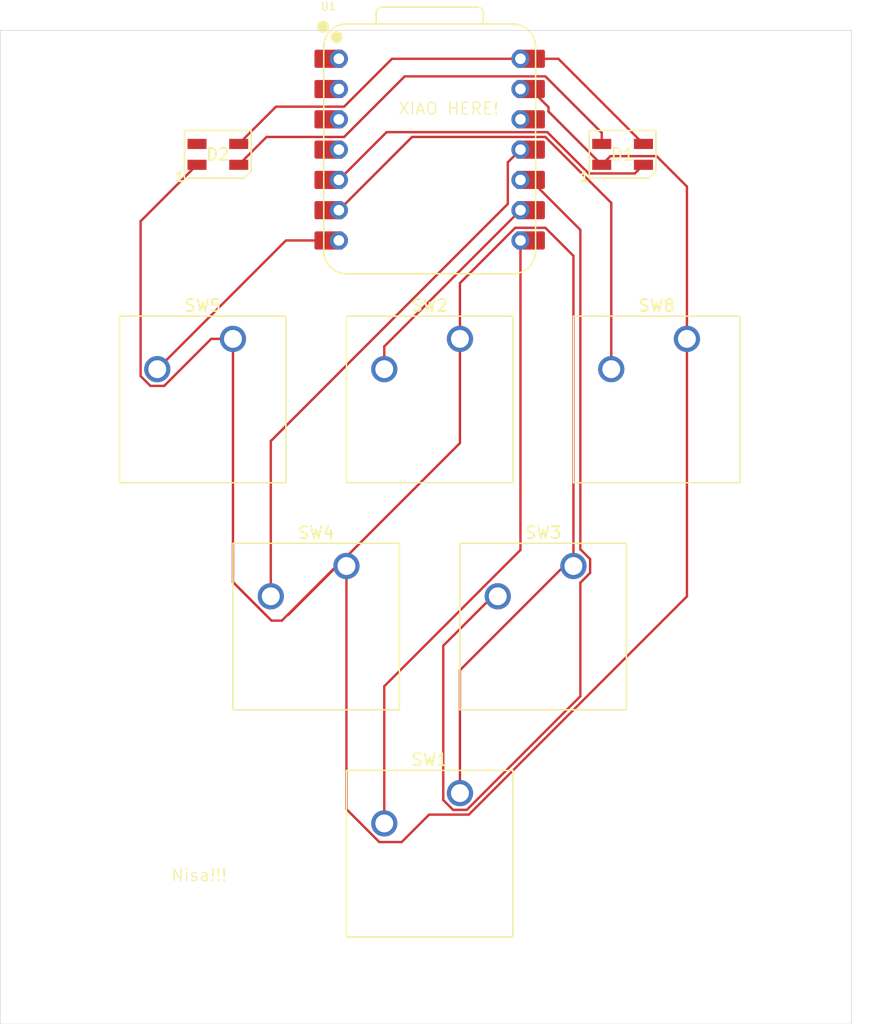
<source format=kicad_pcb>
(kicad_pcb (version 20241229) (generator "pcbnew") (generator_version "9.0")
  (layers (0 "F.Cu" signal) (2 "B.Cu" signal) (13 "F.Paste" user) (15 "B.Paste" user) (5 "F.SilkS" user "F.Silkscreen") (7 "B.SilkS" user "B.Silkscreen") (1 "F.Mask" user) (3 "B.Mask" user) (25 "Edge.Cuts" user))
  (net 0 "")
  (net 1 "GND")
  (net 2 "+5V")
  (net 3 "Net-(D1-DOUT)")
  (net 4 "Net-(D1-DIN)")
  (net 6 "Net-(U1-GPIO1{slash}RX)")
  (net 7 "Net-(U1-GPIO2{slash}SCK)")
  (net 8 "Net-(U1-GPIO4{slash}MISO)")
  (net 9 "Net-(U1-GPIO3{slash}MOSI)")
  (net 10 "Net-(U1-GPIO0{slash}TX)")
  (net 11 "Net-(U1-GPIO7{slash}SCL)")
  (footprint "Button_Switch_Keyboard:SW_Cherry_MX_2.75u_PCB" (layer "F.Cu") (at 133.82625 154.46375)
    (property "Reference" "SW1" (at -2.54 -2.794 0) (layer "F.SilkS"))
    (property "Value" "SW_Push")
    (fp_line (start -9.525 -1.905) (end 4.445 -1.905) (stroke (width 0.12)) (layer "F.SilkS"))
    (fp_line (start -9.525 12.065) (end -9.525 -1.905) (stroke (width 0.12)) (layer "F.SilkS"))
    (fp_line (start 4.445 -1.905) (end 4.445 12.065) (stroke (width 0.12)) (layer "F.SilkS"))
    (fp_line (start 4.445 12.065) (end -9.525 12.065) (stroke (width 0.12)) (layer "F.SilkS"))
    (pad "" np_thru_hole circle (at -14.44 -1.92) (size 3.05 3.05) (drill 3.05) (layers "*.Cu" "*.Mask"))
    (pad "" np_thru_hole circle (at -14.44 13.32) (size 4 4) (drill 4) (layers "*.Cu" "*.Mask"))
    (pad "" np_thru_hole circle (at -7.62 5.08) (size 1.7 1.7) (drill 1.7) (layers "*.Cu" "*.Mask"))
    (pad "" np_thru_hole circle (at -2.54 5.08) (size 4 4) (drill 4) (layers "*.Cu" "*.Mask"))
    (pad "" np_thru_hole circle (at 2.54 5.08) (size 1.7 1.7) (drill 1.7) (layers "*.Cu" "*.Mask"))
    (pad "" np_thru_hole circle (at 9.36 -1.92) (size 3.05 3.05) (drill 3.05) (layers "*.Cu" "*.Mask"))
    (pad "" np_thru_hole circle (at 9.36 13.32) (size 4 4) (drill 4) (layers "*.Cu" "*.Mask"))
    (pad "1" thru_hole circle (at 0 0) (size 2.2 2.2) (drill 1.5) (layers "*.Cu" "*.Mask") (net 1 "GND"))
    (pad "2" thru_hole circle (at -6.35 2.54) (size 2.2 2.2) (drill 1.5) (layers "*.Cu" "*.Mask") (net 6 "Net-(U1-GPIO1{slash}RX)"))
  )
  (footprint "Button_Switch_Keyboard:SW_Cherry_MX_1.00u_PCB" (layer "F.Cu") (at 133.82625 116.36375)
    (property "Reference" "SW2" (at -2.54 -2.794 0) (layer "F.SilkS"))
    (property "Value" "SW_Push")
    (fp_line (start -9.525 -1.905) (end 4.445 -1.905) (stroke (width 0.12)) (layer "F.SilkS"))
    (fp_line (start -9.525 12.065) (end -9.525 -1.905) (stroke (width 0.12)) (layer "F.SilkS"))
    (fp_line (start 4.445 -1.905) (end 4.445 12.065) (stroke (width 0.12)) (layer "F.SilkS"))
    (fp_line (start 4.445 12.065) (end -9.525 12.065) (stroke (width 0.12)) (layer "F.SilkS"))
    (pad "" np_thru_hole circle (at -7.62 5.08) (size 1.7 1.7) (drill 1.7) (layers "*.Cu" "*.Mask"))
    (pad "" np_thru_hole circle (at -2.54 5.08) (size 4 4) (drill 4) (layers "*.Cu" "*.Mask"))
    (pad "" np_thru_hole circle (at 2.54 5.08) (size 1.7 1.7) (drill 1.7) (layers "*.Cu" "*.Mask"))
    (pad "1" thru_hole circle (at 0 0) (size 2.2 2.2) (drill 1.5) (layers "*.Cu" "*.Mask") (net 1 "GND"))
    (pad "2" thru_hole circle (at -6.35 2.54) (size 2.2 2.2) (drill 1.5) (layers "*.Cu" "*.Mask") (net 7 "Net-(U1-GPIO2{slash}SCK)"))
  )
  (footprint "Button_Switch_Keyboard:SW_Cherry_MX_1.00u_PCB" (layer "F.Cu") (at 124.30125 135.41375)
    (property "Reference" "SW4" (at -2.54 -2.794 0) (layer "F.SilkS"))
    (property "Value" "SW_Push")
    (fp_line (start -9.525 -1.905) (end 4.445 -1.905) (stroke (width 0.12)) (layer "F.SilkS"))
    (fp_line (start -9.525 12.065) (end -9.525 -1.905) (stroke (width 0.12)) (layer "F.SilkS"))
    (fp_line (start 4.445 -1.905) (end 4.445 12.065) (stroke (width 0.12)) (layer "F.SilkS"))
    (fp_line (start 4.445 12.065) (end -9.525 12.065) (stroke (width 0.12)) (layer "F.SilkS"))
    (pad "" np_thru_hole circle (at -7.62 5.08) (size 1.7 1.7) (drill 1.7) (layers "*.Cu" "*.Mask"))
    (pad "" np_thru_hole circle (at -2.54 5.08) (size 4 4) (drill 4) (layers "*.Cu" "*.Mask"))
    (pad "" np_thru_hole circle (at 2.54 5.08) (size 1.7 1.7) (drill 1.7) (layers "*.Cu" "*.Mask"))
    (pad "1" thru_hole circle (at 0 0) (size 2.2 2.2) (drill 1.5) (layers "*.Cu" "*.Mask") (net 1 "GND"))
    (pad "2" thru_hole circle (at -6.35 2.54) (size 2.2 2.2) (drill 1.5) (layers "*.Cu" "*.Mask") (net 9 "Net-(U1-GPIO3{slash}MOSI)"))
  )
  (footprint "OPL:XIAO-RP2040-DIP" (layer "F.Cu") (at 131.28625 100.48875)
    (property "Reference" "U1" (at -8.5 -12 0) (layer "F.SilkS") (effects (font (size 0.635 0.635) (thickness 0.1016))))
    (property "Value" "XIAO-RP2040-DIP")
    (fp_line (start -8.89 8.509) (end -8.89 -8.636) (stroke (width 0.127)) (layer "F.SilkS"))
    (fp_line (start -6.985 10.414) (end 6.985 10.414) (stroke (width 0.127)) (layer "F.SilkS"))
    (fp_line (start -4.495 -10.541) (end -4.491272 -11.451272) (stroke (width 0.127)) (layer "F.SilkS"))
    (fp_line (start -3.991272 -11.951) (end 4.004 -11.951) (stroke (width 0.127)) (layer "F.SilkS"))
    (fp_line (start 4.504 -11.451) (end 4.504 -10.541) (stroke (width 0.127)) (layer "F.SilkS"))
    (fp_line (start 6.985 -10.541) (end -6.985 -10.541) (stroke (width 0.1)) (layer "F.SilkS"))
    (fp_line (start 6.985 -10.541) (end -6.985 -10.541) (stroke (width 0.127)) (layer "F.SilkS"))
    (fp_line (start 8.89 8.509) (end 8.89 -8.636) (stroke (width 0.127)) (layer "F.SilkS"))
    (fp_arc (start -8.89 -8.636) (mid -8.332038 -9.983038) (end -6.985 -10.541) (stroke (width 0.127)) (layer "F.SilkS"))
    (fp_arc (start -6.985 10.414) (mid -8.332038 9.856038) (end -8.89 8.509) (stroke (width 0.127)) (layer "F.SilkS"))
    (fp_arc (start -4.491272 -11.451272) (mid -4.344728 -11.80464) (end -3.991272 -11.951) (stroke (width 0.127)) (layer "F.SilkS"))
    (fp_arc (start 4.004 -11.951) (mid 4.357553 -11.804553) (end 4.504 -11.451) (stroke (width 0.127)) (layer "F.SilkS"))
    (fp_arc (start 6.985 -10.541) (mid 8.332038 -9.983038) (end 8.89 -8.636) (stroke (width 0.127)) (layer "F.SilkS"))
    (fp_arc (start 8.89 8.509) (mid 8.332038 9.856038) (end 6.985 10.414) (stroke (width 0.127)) (layer "F.SilkS"))
    (fp_circle (center -8.95 -10.3) (end -8.95 -10.554) (stroke (width 0.5)) (fill yes) (layer "F.SilkS"))
    (fp_circle (center -7.807 -9.42) (end -7.807 -9.674) (stroke (width 0.5)) (fill yes) (layer "F.SilkS"))
    (pad "1" smd roundrect (at -8.455 -7.62 180) (size 2.432 1.524) (layers "F.Cu" "F.Mask") (roundrect_rratio 0.1))
    (pad "1" thru_hole circle (at -7.62 -7.62 180) (size 1.524 1.524) (drill 0.889) (layers "*.Cu" "*.Mask"))
    (pad "2" smd roundrect (at -8.455 -5.08 180) (size 2.432 1.524) (layers "F.Cu" "F.Mask") (roundrect_rratio 0.1))
    (pad "2" thru_hole circle (at -7.62 -5.08 180) (size 1.524 1.524) (drill 0.889) (layers "*.Cu" "*.Mask"))
    (pad "3" smd roundrect (at -8.455 -2.54 180) (size 2.432 1.524) (layers "F.Cu" "F.Mask") (roundrect_rratio 0.1))
    (pad "3" thru_hole circle (at -7.62 -2.54 180) (size 1.524 1.524) (drill 0.889) (layers "*.Cu" "*.Mask"))
    (pad "4" smd roundrect (at -8.455 0 180) (size 2.432 1.524) (layers "F.Cu" "F.Mask") (roundrect_rratio 0.1))
    (pad "4" thru_hole circle (at -7.62 0 180) (size 1.524 1.524) (drill 0.889) (layers "*.Cu" "*.Mask"))
    (pad "5" smd roundrect (at -8.455 2.54 180) (size 2.432 1.524) (layers "F.Cu" "F.Mask") (roundrect_rratio 0.1) (net 4 "Net-(D1-DIN)"))
    (pad "5" thru_hole circle (at -7.62 2.54 180) (size 1.524 1.524) (drill 0.889) (layers "*.Cu" "*.Mask") (net 4 "Net-(D1-DIN)"))
    (pad "6" smd roundrect (at -8.455 5.08 180) (size 2.432 1.524) (layers "F.Cu" "F.Mask") (roundrect_rratio 0.1) (net 11 "Net-(U1-GPIO7{slash}SCL)"))
    (pad "6" thru_hole circle (at -7.62 5.08 180) (size 1.524 1.524) (drill 0.889) (layers "*.Cu" "*.Mask") (net 11 "Net-(U1-GPIO7{slash}SCL)"))
    (pad "7" smd roundrect (at -8.455 7.62 180) (size 2.432 1.524) (layers "F.Cu" "F.Mask") (roundrect_rratio 0.1) (net 10 "Net-(U1-GPIO0{slash}TX)"))
    (pad "7" thru_hole circle (at -7.62 7.62 180) (size 1.524 1.524) (drill 0.889) (layers "*.Cu" "*.Mask") (net 10 "Net-(U1-GPIO0{slash}TX)"))
    (pad "8" thru_hole circle (at 7.62 7.62) (size 1.524 1.524) (drill 0.889) (layers "*.Cu" "*.Mask") (net 6 "Net-(U1-GPIO1{slash}RX)"))
    (pad "8" smd roundrect (at 8.455 7.62) (size 2.432 1.524) (layers "F.Cu" "F.Mask") (roundrect_rratio 0.1) (net 6 "Net-(U1-GPIO1{slash}RX)"))
    (pad "9" thru_hole circle (at 7.62 5.08) (size 1.524 1.524) (drill 0.889) (layers "*.Cu" "*.Mask") (net 7 "Net-(U1-GPIO2{slash}SCK)"))
    (pad "9" smd roundrect (at 8.455 5.08) (size 2.432 1.524) (layers "F.Cu" "F.Mask") (roundrect_rratio 0.1) (net 7 "Net-(U1-GPIO2{slash}SCK)"))
    (pad "10" thru_hole circle (at 7.62 2.54) (size 1.524 1.524) (drill 0.889) (layers "*.Cu" "*.Mask") (net 8 "Net-(U1-GPIO4{slash}MISO)"))
    (pad "10" smd roundrect (at 8.455 2.54) (size 2.432 1.524) (layers "F.Cu" "F.Mask") (roundrect_rratio 0.1) (net 8 "Net-(U1-GPIO4{slash}MISO)"))
    (pad "11" thru_hole circle (at 7.62 0) (size 1.524 1.524) (drill 0.889) (layers "*.Cu" "*.Mask") (net 9 "Net-(U1-GPIO3{slash}MOSI)"))
    (pad "11" smd roundrect (at 8.455 0) (size 2.432 1.524) (layers "F.Cu" "F.Mask") (roundrect_rratio 0.1) (net 9 "Net-(U1-GPIO3{slash}MOSI)"))
    (pad "12" thru_hole circle (at 7.62 -2.54) (size 1.524 1.524) (drill 0.889) (layers "*.Cu" "*.Mask"))
    (pad "12" smd roundrect (at 8.455 -2.54) (size 2.432 1.524) (layers "F.Cu" "F.Mask") (roundrect_rratio 0.1))
    (pad "13" thru_hole circle (at 7.62 -5.08) (size 1.524 1.524) (drill 0.889) (layers "*.Cu" "*.Mask") (net 1 "GND"))
    (pad "13" smd roundrect (at 8.455 -5.08) (size 2.432 1.524) (layers "F.Cu" "F.Mask") (roundrect_rratio 0.1) (net 1 "GND"))
    (pad "14" thru_hole circle (at 7.62 -7.62) (size 1.524 1.524) (drill 0.889) (layers "*.Cu" "*.Mask") (net 2 "+5V"))
    (pad "14" smd roundrect (at 8.455 -7.62) (size 2.432 1.524) (layers "F.Cu" "F.Mask") (roundrect_rratio 0.1) (net 2 "+5V"))
  )
  (footprint "LED_SMD:LED_SK6812MINI_PLCC4_3.5x3.5mm_P1.75mm" (layer "F.Cu") (at 113.51 100.8875)
    (property "Reference" "D2" (at 0 0 0) (layer "F.SilkS"))
    (property "Value" "SK6812MINI")
    (fp_line (start -2.8 -2) (end -2.8 2) (stroke (width 0.12)) (layer "F.SilkS"))
    (fp_line (start -2.8 -2) (end 2.8 -2) (stroke (width 0.12)) (layer "F.SilkS"))
    (fp_line (start -2.8 2) (end 2.2 2) (stroke (width 0.12)) (layer "F.SilkS"))
    (fp_line (start 2.8 1.4) (end 2.2 2) (stroke (width 0.12)) (layer "F.SilkS"))
    (fp_line (start 2.8 1.4) (end 2.8 -2) (stroke (width 0.12)) (layer "F.SilkS"))
    (fp_text user "1" (at -3.2 1.875 0) (layer "F.SilkS") (effects (font (size 0.8 0.8))))
    (pad "1" smd rect (at -1.75 -0.875) (size 1.6 0.85) (layers "F.Cu" "F.Mask" "F.Paste"))
    (pad "2" smd rect (at -1.75 0.875) (size 1.6 0.85) (layers "F.Cu" "F.Mask" "F.Paste") (net 1 "GND"))
    (pad "3" smd rect (at 1.75 0.875) (size 1.6 0.85) (layers "F.Cu" "F.Mask" "F.Paste") (net 3 "Net-(D1-DOUT)"))
    (pad "4" smd rect (at 1.75 -0.875) (size 1.6 0.85) (layers "F.Cu" "F.Mask" "F.Paste") (net 2 "+5V"))
  )
  (footprint "LED_SMD:LED_SK6812MINI_PLCC4_3.5x3.5mm_P1.75mm" (layer "F.Cu") (at 147.47875 100.8875)
    (property "Reference" "D1" (at 0 0 0) (layer "F.SilkS"))
    (property "Value" "SK6812MINI")
    (fp_line (start -2.8 -2) (end -2.8 2) (stroke (width 0.12)) (layer "F.SilkS"))
    (fp_line (start -2.8 -2) (end 2.8 -2) (stroke (width 0.12)) (layer "F.SilkS"))
    (fp_line (start -2.8 2) (end 2.2 2) (stroke (width 0.12)) (layer "F.SilkS"))
    (fp_line (start 2.8 1.4) (end 2.2 2) (stroke (width 0.12)) (layer "F.SilkS"))
    (fp_line (start 2.8 1.4) (end 2.8 -2) (stroke (width 0.12)) (layer "F.SilkS"))
    (fp_text user "1" (at -3.2 1.875 0) (layer "F.SilkS") (effects (font (size 0.8 0.8))))
    (pad "1" smd rect (at -1.75 -0.875) (size 1.6 0.85) (layers "F.Cu" "F.Mask" "F.Paste") (net 3 "Net-(D1-DOUT)"))
    (pad "2" smd rect (at -1.75 0.875) (size 1.6 0.85) (layers "F.Cu" "F.Mask" "F.Paste") (net 1 "GND"))
    (pad "3" smd rect (at 1.75 0.875) (size 1.6 0.85) (layers "F.Cu" "F.Mask" "F.Paste") (net 4 "Net-(D1-DIN)"))
    (pad "4" smd rect (at 1.75 -0.875) (size 1.6 0.85) (layers "F.Cu" "F.Mask" "F.Paste") (net 2 "+5V"))
  )
  (footprint "Button_Switch_Keyboard:SW_Cherry_MX_1.00u_PCB" (layer "F.Cu") (at 143.35125 135.41375)
    (property "Reference" "SW3" (at -2.54 -2.794 0) (layer "F.SilkS"))
    (property "Value" "SW_Push")
    (fp_line (start -9.525 -1.905) (end 4.445 -1.905) (stroke (width 0.12)) (layer "F.SilkS"))
    (fp_line (start -9.525 12.065) (end -9.525 -1.905) (stroke (width 0.12)) (layer "F.SilkS"))
    (fp_line (start 4.445 -1.905) (end 4.445 12.065) (stroke (width 0.12)) (layer "F.SilkS"))
    (fp_line (start 4.445 12.065) (end -9.525 12.065) (stroke (width 0.12)) (layer "F.SilkS"))
    (pad "" np_thru_hole circle (at -7.62 5.08) (size 1.7 1.7) (drill 1.7) (layers "*.Cu" "*.Mask"))
    (pad "" np_thru_hole circle (at -2.54 5.08) (size 4 4) (drill 4) (layers "*.Cu" "*.Mask"))
    (pad "" np_thru_hole circle (at 2.54 5.08) (size 1.7 1.7) (drill 1.7) (layers "*.Cu" "*.Mask"))
    (pad "1" thru_hole circle (at 0 0) (size 2.2 2.2) (drill 1.5) (layers "*.Cu" "*.Mask") (net 1 "GND"))
    (pad "2" thru_hole circle (at -6.35 2.54) (size 2.2 2.2) (drill 1.5) (layers "*.Cu" "*.Mask") (net 8 "Net-(U1-GPIO4{slash}MISO)"))
  )
  (footprint "Button_Switch_Keyboard:SW_Cherry_MX_1.00u_PCB" (layer "F.Cu") (at 152.87625 116.36375)
    (property "Reference" "SW8" (at -2.54 -2.794 0) (layer "F.SilkS"))
    (property "Value" "SW_Push")
    (fp_line (start -9.525 -1.905) (end 4.445 -1.905) (stroke (width 0.12)) (layer "F.SilkS"))
    (fp_line (start -9.525 12.065) (end -9.525 -1.905) (stroke (width 0.12)) (layer "F.SilkS"))
    (fp_line (start 4.445 -1.905) (end 4.445 12.065) (stroke (width 0.12)) (layer "F.SilkS"))
    (fp_line (start 4.445 12.065) (end -9.525 12.065) (stroke (width 0.12)) (layer "F.SilkS"))
    (pad "" np_thru_hole circle (at -7.62 5.08) (size 1.7 1.7) (drill 1.7) (layers "*.Cu" "*.Mask"))
    (pad "" np_thru_hole circle (at -2.54 5.08) (size 4 4) (drill 4) (layers "*.Cu" "*.Mask"))
    (pad "" np_thru_hole circle (at 2.54 5.08) (size 1.7 1.7) (drill 1.7) (layers "*.Cu" "*.Mask"))
    (pad "1" thru_hole circle (at 0 0) (size 2.2 2.2) (drill 1.5) (layers "*.Cu" "*.Mask") (net 1 "GND"))
    (pad "2" thru_hole circle (at -6.35 2.54) (size 2.2 2.2) (drill 1.5) (layers "*.Cu" "*.Mask") (net 11 "Net-(U1-GPIO7{slash}SCL)"))
  )
  (footprint "Button_Switch_Keyboard:SW_Cherry_MX_1.00u_PCB" (layer "F.Cu") (at 114.77625 116.36375)
    (property "Reference" "SW5" (at -2.54 -2.794 0) (layer "F.SilkS"))
    (property "Value" "SW_Push")
    (fp_line (start -9.525 -1.905) (end 4.445 -1.905) (stroke (width 0.12)) (layer "F.SilkS"))
    (fp_line (start -9.525 12.065) (end -9.525 -1.905) (stroke (width 0.12)) (layer "F.SilkS"))
    (fp_line (start 4.445 -1.905) (end 4.445 12.065) (stroke (width 0.12)) (layer "F.SilkS"))
    (fp_line (start 4.445 12.065) (end -9.525 12.065) (stroke (width 0.12)) (layer "F.SilkS"))
    (pad "" np_thru_hole circle (at -7.62 5.08) (size 1.7 1.7) (drill 1.7) (layers "*.Cu" "*.Mask"))
    (pad "" np_thru_hole circle (at -2.54 5.08) (size 4 4) (drill 4) (layers "*.Cu" "*.Mask"))
    (pad "" np_thru_hole circle (at 2.54 5.08) (size 1.7 1.7) (drill 1.7) (layers "*.Cu" "*.Mask"))
    (pad "1" thru_hole circle (at 0 0) (size 2.2 2.2) (drill 1.5) (layers "*.Cu" "*.Mask") (net 1 "GND"))
    (pad "2" thru_hole circle (at -6.35 2.54) (size 2.2 2.2) (drill 1.5) (layers "*.Cu" "*.Mask") (net 10 "Net-(U1-GPIO0{slash}TX)"))
  )
  (gr_rect (start 95.25 90.4875) (end 166.6875 173.83125) (stroke (width 0.05)) (fill no) (layer "Edge.Cuts"))
  (gr_text "XIAO HERE!" (at 128.5875 97.63125 0) (layer "F.SilkS") (effects (font (size 1 1) (thickness 0.1)) (justify left bottom)))
  (gr_text "Nisa!!!" (at 109.5375 161.925 0) (layer "F.SilkS") (effects (font (size 1 1) (thickness 0.1)) (justify left bottom)))
  (segment (start 114.77625 116.36375) (end 114.77625 136.760064) (width 0.2) (layer "F.Cu") (net 1))
  (segment (start 134.572664 156.26575) (end 152.87625 137.962164) (width 0.2) (layer "F.Cu") (net 1))
  (segment (start 124.30125 155.810064) (end 127.06112 158.569934) (width 0.2) (layer "F.Cu") (net 1))
  (segment (start 152.87625 103.583) (end 150.32975 101.0365) (width 0.2) (layer "F.Cu") (net 1))
  (segment (start 107.845936 120.30475) (end 109.006564 120.30475) (width 0.2) (layer "F.Cu") (net 1))
  (segment (start 133.82625 154.46375) (end 133.82625 144.153934) (width 0.2) (layer "F.Cu") (net 1))
  (segment (start 143.35125 135.41375) (end 143.35125 109.400124) (width 0.2) (layer "F.Cu") (net 1))
  (segment (start 109.006564 120.30475) (end 112.947564 116.36375) (width 0.2) (layer "F.Cu") (net 1))
  (segment (start 146.45475 101.0365) (end 145.72875 101.7625) (width 0.2) (layer "F.Cu") (net 1))
  (segment (start 150.32975 101.0365) (end 146.45475 101.0365) (width 0.2) (layer "F.Cu") (net 1))
  (segment (start 127.06112 158.569934) (end 128.93525 158.569934) (width 0.2) (layer "F.Cu") (net 1))
  (segment (start 107.02525 119.484064) (end 107.845936 120.30475) (width 0.2) (layer "F.Cu") (net 1))
  (segment (start 128.93525 158.569934) (end 131.239434 156.26575) (width 0.2) (layer "F.Cu") (net 1))
  (segment (start 141.25825 97.292) (end 141.25825 96.92575) (width 0.2) (layer "F.Cu") (net 1))
  (segment (start 124.30125 135.41375) (end 124.30125 155.810064) (width 0.2) (layer "F.Cu") (net 1))
  (segment (start 145.72875 101.7625) (end 141.25825 97.292) (width 0.2) (layer "F.Cu") (net 1))
  (segment (start 152.87625 116.36375) (end 152.87625 103.583) (width 0.2) (layer "F.Cu") (net 1))
  (segment (start 133.82625 125.103934) (end 133.82625 116.36375) (width 0.2) (layer "F.Cu") (net 1))
  (segment (start 118.87719 139.99628) (end 118.012466 139.99628) (width 0.2) (layer "F.Cu") (net 1))
  (segment (start 133.82625 111.68544) (end 133.82625 116.36375) (width 0.2) (layer "F.Cu") (net 1))
  (segment (start 143.35125 109.400124) (end 140.996876 107.04575) (width 0.2) (layer "F.Cu") (net 1))
  (segment (start 141.25825 96.92575) (end 139.74125 95.40875) (width 0.2) (layer "F.Cu") (net 1))
  (segment (start 107.02525 106.49725) (end 107.02525 119.484064) (width 0.2) (layer "F.Cu") (net 1))
  (segment (start 124.30125 135.41375) (end 123.45972 135.41375) (width 0.2) (layer "F.Cu") (net 1))
  (segment (start 138.46594 107.04575) (end 133.82625 111.68544) (width 0.2) (layer "F.Cu") (net 1))
  (segment (start 118.012466 139.99628) (end 114.77625 136.760064) (width 0.2) (layer "F.Cu") (net 1))
  (segment (start 111.76 101.7625) (end 107.02525 106.49725) (width 0.2) (layer "F.Cu") (net 1))
  (segment (start 123.45972 135.41375) (end 118.87719 139.99628) (width 0.2) (layer "F.Cu") (net 1))
  (segment (start 114.77625 136.760064) (end 117.53612 139.519934) (width 0.2) (layer "F.Cu") (net 1))
  (segment (start 142.566434 135.41375) (end 143.35125 135.41375) (width 0.2) (layer "F.Cu") (net 1))
  (segment (start 152.87625 137.962164) (end 152.87625 116.36375) (width 0.2) (layer "F.Cu") (net 1))
  (segment (start 119.41025 139.519934) (end 133.82625 125.103934) (width 0.2) (layer "F.Cu") (net 1))
  (segment (start 133.82625 144.153934) (end 142.566434 135.41375) (width 0.2) (layer "F.Cu") (net 1))
  (segment (start 131.239434 156.26575) (end 134.572664 156.26575) (width 0.2) (layer "F.Cu") (net 1))
  (segment (start 140.996876 107.04575) (end 138.46594 107.04575) (width 0.2) (layer "F.Cu") (net 1))
  (segment (start 112.947564 116.36375) (end 114.77625 116.36375) (width 0.2) (layer "F.Cu") (net 1))
  (segment (start 138.90625 92.86875) (end 128.12356 92.86875) (width 0.2) (layer "F.Cu") (net 2))
  (segment (start 124.10656 96.88575) (end 118.38675 96.88575) (width 0.2) (layer "F.Cu") (net 2))
  (segment (start 118.38675 96.88575) (end 115.26 100.0125) (width 0.2) (layer "F.Cu") (net 2))
  (segment (start 142.085 92.86875) (end 139.74125 92.86875) (width 0.2) (layer "F.Cu") (net 2))
  (segment (start 128.12356 92.86875) (end 124.10656 96.88575) (width 0.2) (layer "F.Cu") (net 2))
  (segment (start 149.22875 100.0125) (end 142.085 92.86875) (width 0.2) (layer "F.Cu") (net 2))
  (segment (start 117.59675 99.42575) (end 115.26 101.7625) (width 0.2) (layer "F.Cu") (net 3))
  (segment (start 129.18656 94.34575) (end 124.10656 99.42575) (width 0.2) (layer "F.Cu") (net 3))
  (segment (start 140.996876 94.34575) (end 129.18656 94.34575) (width 0.2) (layer "F.Cu") (net 3))
  (segment (start 145.72875 99.077624) (end 140.996876 94.34575) (width 0.2) (layer "F.Cu") (net 3))
  (segment (start 124.10656 99.42575) (end 117.59675 99.42575) (width 0.2) (layer "F.Cu") (net 3))
  (segment (start 145.72875 100.0125) (end 145.72875 99.077624) (width 0.2) (layer "F.Cu") (net 3))
  (segment (start 148.50275 102.4885) (end 149.22875 101.7625) (width 0.2) (layer "F.Cu") (net 4))
  (segment (start 127.67025 99.02475) (end 141.164 99.02475) (width 0.2) (layer "F.Cu") (net 4))
  (segment (start 144.62775 102.4885) (end 148.50275 102.4885) (width 0.2) (layer "F.Cu") (net 4))
  (segment (start 141.164 99.02475) (end 144.62775 102.4885) (width 0.2) (layer "F.Cu") (net 4))
  (segment (start 123.66625 103.02875) (end 127.67025 99.02475) (width 0.2) (layer "F.Cu") (net 4))
  (segment (start 138.90625 134.067436) (end 138.90625 108.10875) (width 0.2) (layer "F.Cu") (net 6))
  (segment (start 127.47625 157.00375) (end 127.47625 145.497436) (width 0.2) (layer "F.Cu") (net 6))
  (segment (start 127.47625 145.497436) (end 138.90625 134.067436) (width 0.2) (layer "F.Cu") (net 6))
  (segment (start 127.47625 116.99875) (end 138.90625 105.56875) (width 0.2) (layer "F.Cu") (net 7))
  (segment (start 127.47625 118.90375) (end 127.47625 116.99875) (width 0.2) (layer "F.Cu") (net 7))
  (segment (start 137.00125 137.95375) (end 136.57278 137.95375) (width 0.2) (layer "F.Cu") (net 8))
  (segment (start 144.75225 135.994064) (end 144.75225 134.833436) (width 0.2) (layer "F.Cu") (net 8))
  (segment (start 134.406564 155.86475) (end 143.931564 146.33975) (width 0.2) (layer "F.Cu") (net 8))
  (segment (start 143.931564 146.33975) (end 143.931564 136.81475) (width 0.2) (layer "F.Cu") (net 8))
  (segment (start 132.42525 155.044064) (end 133.245936 155.86475) (width 0.2) (layer "F.Cu") (net 8))
  (segment (start 143.931564 136.81475) (end 144.75225 135.994064) (width 0.2) (layer "F.Cu") (net 8))
  (segment (start 132.42525 142.10128) (end 132.42525 155.044064) (width 0.2) (layer "F.Cu") (net 8))
  (segment (start 133.245936 155.86475) (end 134.406564 155.86475) (width 0.2) (layer "F.Cu") (net 8))
  (segment (start 143.931564 134.01275) (end 143.931564 107.219064) (width 0.2) (layer "F.Cu") (net 8))
  (segment (start 136.57278 137.95375) (end 132.42525 142.10128) (width 0.2) (layer "F.Cu") (net 8))
  (segment (start 144.75225 134.833436) (end 143.931564 134.01275) (width 0.2) (layer "F.Cu") (net 8))
  (segment (start 143.931564 107.219064) (end 139.74125 103.02875) (width 0.2) (layer "F.Cu") (net 8))
  (segment (start 137.84325 105.04425) (end 137.84325 101.55175) (width 0.2) (layer "F.Cu") (net 9))
  (segment (start 137.84325 101.55175) (end 138.90625 100.48875) (width 0.2) (layer "F.Cu") (net 9))
  (segment (start 117.95125 124.93625) (end 137.84325 105.04425) (width 0.2) (layer "F.Cu") (net 9))
  (segment (start 117.95125 137.95375) (end 117.95125 124.93625) (width 0.2) (layer "F.Cu") (net 9))
  (segment (start 119.22125 108.10875) (end 122.83125 108.10875) (width 0.2) (layer "F.Cu") (net 10))
  (segment (start 108.42625 118.90375) (end 119.22125 108.10875) (width 0.2) (layer "F.Cu") (net 10))
  (segment (start 129.80925 99.42575) (end 140.996876 99.42575) (width 0.2) (layer "F.Cu") (net 11))
  (segment (start 146.52625 104.955124) (end 146.52625 118.90375) (width 0.2) (layer "F.Cu") (net 11))
  (segment (start 123.66625 105.56875) (end 129.80925 99.42575) (width 0.2) (layer "F.Cu") (net 11))
  (segment (start 140.996876 99.42575) (end 146.52625 104.955124) (width 0.2) (layer "F.Cu") (net 11))
)
</source>
